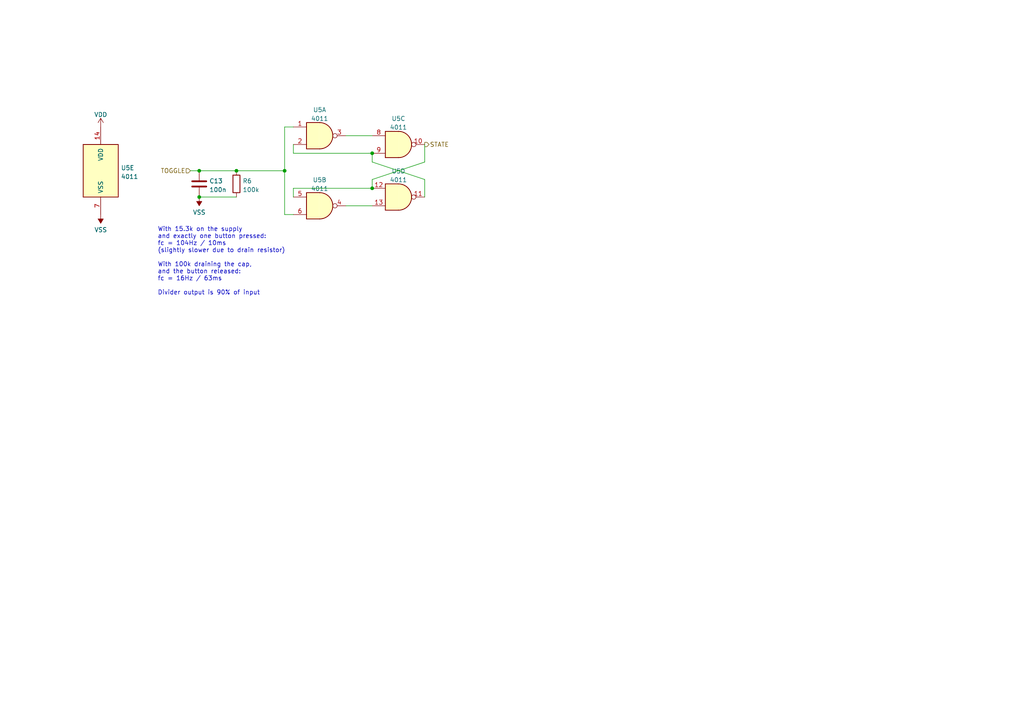
<source format=kicad_sch>
(kicad_sch (version 20211123) (generator eeschema)
  (paper "A4")
  (lib_symbols
    (symbol "4xxx:4011" (pin_names (offset 1.016))
      (property "Reference" "U" (at 0 1.27 0))
      (property "Value" "4011" (at 0 -1.27 0))
      (symbol "4011_1_1"
        (arc (start 0 -3.81) (mid 3.81 0) (end 0 3.81) (stroke (width 0.254)) (fill (type background)))
        (polyline (pts (xy 0 3.81) (xy -3.81 3.81) (xy -3.81 -3.81) (xy 0 -3.81)) (stroke (width 0.254)) (fill (type background)))
        (pin input line (at -7.62 2.54 0) (length 3.81) (name "~") (number "1"))
        (pin input line (at -7.62 -2.54 0) (length 3.81) (name "~") (number "2"))
        (pin output inverted (at 7.62 0 180) (length 3.81) (name "~") (number "3"))
      )
      (symbol "4011_1_2"
        (arc (start -3.81 -3.81) (mid -2.589 0) (end -3.81 3.81) (stroke (width 0.254)))
        (arc (start -0.6096 -3.81) (mid 2.1842 -2.5851) (end 3.81 0) (stroke (width 0.254)) (fill (type background)))
        (polyline (pts (xy -3.81 -3.81) (xy -0.635 -3.81)) (stroke (width 0.254)) (fill (type background)))
        (polyline (pts (xy -3.81 3.81) (xy -0.635 3.81)) (stroke (width 0.254)) (fill (type background)))
        (polyline (pts (xy -0.635 3.81) (xy -3.81 3.81) (xy -3.81 3.81) (xy -3.556 3.4036) (xy -3.0226 2.2606) (xy -2.6924 1.0414) (xy -2.6162 -0.254) (xy -2.7686 -1.4986) (xy -3.175 -2.7178) (xy -3.81 -3.81) (xy -3.81 -3.81) (xy -0.635 -3.81)) (stroke (width -25.4)) (fill (type background)))
        (arc (start 3.81 0) (mid 2.1915 2.5936) (end -0.6096 3.81) (stroke (width 0.254)) (fill (type background)))
        (pin input inverted (at -7.62 2.54 0) (length 4.318) (name "~") (number "1"))
        (pin input inverted (at -7.62 -2.54 0) (length 4.318) (name "~") (number "2"))
        (pin output line (at 7.62 0 180) (length 3.81) (name "~") (number "3"))
      )
      (symbol "4011_2_1"
        (arc (start 0 -3.81) (mid 3.81 0) (end 0 3.81) (stroke (width 0.254)) (fill (type background)))
        (polyline (pts (xy 0 3.81) (xy -3.81 3.81) (xy -3.81 -3.81) (xy 0 -3.81)) (stroke (width 0.254)) (fill (type background)))
        (pin output inverted (at 7.62 0 180) (length 3.81) (name "~") (number "4"))
        (pin input line (at -7.62 2.54 0) (length 3.81) (name "~") (number "5"))
        (pin input line (at -7.62 -2.54 0) (length 3.81) (name "~") (number "6"))
      )
      (symbol "4011_2_2"
        (arc (start -3.81 -3.81) (mid -2.589 0) (end -3.81 3.81) (stroke (width 0.254)))
        (arc (start -0.6096 -3.81) (mid 2.1842 -2.5851) (end 3.81 0) (stroke (width 0.254)) (fill (type background)))
        (polyline (pts (xy -3.81 -3.81) (xy -0.635 -3.81)) (stroke (width 0.254)) (fill (type background)))
        (polyline (pts (xy -3.81 3.81) (xy -0.635 3.81)) (stroke (width 0.254)) (fill (type background)))
        (polyline (pts (xy -0.635 3.81) (xy -3.81 3.81) (xy -3.81 3.81) (xy -3.556 3.4036) (xy -3.0226 2.2606) (xy -2.6924 1.0414) (xy -2.6162 -0.254) (xy -2.7686 -1.4986) (xy -3.175 -2.7178) (xy -3.81 -3.81) (xy -3.81 -3.81) (xy -0.635 -3.81)) (stroke (width -25.4)) (fill (type background)))
        (arc (start 3.81 0) (mid 2.1915 2.5936) (end -0.6096 3.81) (stroke (width 0.254)) (fill (type background)))
        (pin output line (at 7.62 0 180) (length 3.81) (name "~") (number "4"))
        (pin input inverted (at -7.62 2.54 0) (length 4.318) (name "~") (number "5"))
        (pin input inverted (at -7.62 -2.54 0) (length 4.318) (name "~") (number "6"))
      )
      (symbol "4011_3_1"
        (arc (start 0 -3.81) (mid 3.81 0) (end 0 3.81) (stroke (width 0.254)) (fill (type background)))
        (polyline (pts (xy 0 3.81) (xy -3.81 3.81) (xy -3.81 -3.81) (xy 0 -3.81)) (stroke (width 0.254)) (fill (type background)))
        (pin output inverted (at 7.62 0 180) (length 3.81) (name "~") (number "10"))
        (pin input line (at -7.62 2.54 0) (length 3.81) (name "~") (number "8"))
        (pin input line (at -7.62 -2.54 0) (length 3.81) (name "~") (number "9"))
      )
      (symbol "4011_3_2"
        (arc (start -3.81 -3.81) (mid -2.589 0) (end -3.81 3.81) (stroke (width 0.254)))
        (arc (start -0.6096 -3.81) (mid 2.1842 -2.5851) (end 3.81 0) (stroke (width 0.254)) (fill (type background)))
        (polyline (pts (xy -3.81 -3.81) (xy -0.635 -3.81)) (stroke (width 0.254)) (fill (type background)))
        (polyline (pts (xy -3.81 3.81) (xy -0.635 3.81)) (stroke (width 0.254)) (fill (type background)))
        (polyline (pts (xy -0.635 3.81) (xy -3.81 3.81) (xy -3.81 3.81) (xy -3.556 3.4036) (xy -3.0226 2.2606) (xy -2.6924 1.0414) (xy -2.6162 -0.254) (xy -2.7686 -1.4986) (xy -3.175 -2.7178) (xy -3.81 -3.81) (xy -3.81 -3.81) (xy -0.635 -3.81)) (stroke (width -25.4)) (fill (type background)))
        (arc (start 3.81 0) (mid 2.1915 2.5936) (end -0.6096 3.81) (stroke (width 0.254)) (fill (type background)))
        (pin output line (at 7.62 0 180) (length 3.81) (name "~") (number "10"))
        (pin input inverted (at -7.62 2.54 0) (length 4.318) (name "~") (number "8"))
        (pin input inverted (at -7.62 -2.54 0) (length 4.318) (name "~") (number "9"))
      )
      (symbol "4011_4_1"
        (arc (start 0 -3.81) (mid 3.81 0) (end 0 3.81) (stroke (width 0.254)) (fill (type background)))
        (polyline (pts (xy 0 3.81) (xy -3.81 3.81) (xy -3.81 -3.81) (xy 0 -3.81)) (stroke (width 0.254)) (fill (type background)))
        (pin output inverted (at 7.62 0 180) (length 3.81) (name "~") (number "11"))
        (pin input line (at -7.62 2.54 0) (length 3.81) (name "~") (number "12"))
        (pin input line (at -7.62 -2.54 0) (length 3.81) (name "~") (number "13"))
      )
      (symbol "4011_4_2"
        (arc (start -3.81 -3.81) (mid -2.589 0) (end -3.81 3.81) (stroke (width 0.254)))
        (arc (start -0.6096 -3.81) (mid 2.1842 -2.5851) (end 3.81 0) (stroke (width 0.254)) (fill (type background)))
        (polyline (pts (xy -3.81 -3.81) (xy -0.635 -3.81)) (stroke (width 0.254)) (fill (type background)))
        (polyline (pts (xy -3.81 3.81) (xy -0.635 3.81)) (stroke (width 0.254)) (fill (type background)))
        (polyline (pts (xy -0.635 3.81) (xy -3.81 3.81) (xy -3.81 3.81) (xy -3.556 3.4036) (xy -3.0226 2.2606) (xy -2.6924 1.0414) (xy -2.6162 -0.254) (xy -2.7686 -1.4986) (xy -3.175 -2.7178) (xy -3.81 -3.81) (xy -3.81 -3.81) (xy -0.635 -3.81)) (stroke (width -25.4)) (fill (type background)))
        (arc (start 3.81 0) (mid 2.1915 2.5936) (end -0.6096 3.81) (stroke (width 0.254)) (fill (type background)))
        (pin output line (at 7.62 0 180) (length 3.81) (name "~") (number "11"))
        (pin input inverted (at -7.62 2.54 0) (length 4.318) (name "~") (number "12"))
        (pin input inverted (at -7.62 -2.54 0) (length 4.318) (name "~") (number "13"))
      )
      (symbol "4011_5_0"
        (pin power_in line (at 0 12.7 270) (length 5.08) (name "VDD") (number "14"))
        (pin power_in line (at 0 -12.7 90) (length 5.08) (name "VSS") (number "7"))
      )
      (symbol "4011_5_1"
        (rectangle (start -5.08 7.62) (end 5.08 -7.62) (stroke (width 0.254)) (fill (type background)))
      )
    )
    (symbol "Device:C" (pin_numbers hide) (pin_names (offset 0.254))
      (property "Reference" "C" (at 0.635 2.54 0))
      (property "Value" "C" (at 0.635 -2.54 0))
      (symbol "C_0_1"
        (polyline (pts (xy -2.032 -0.762) (xy 2.032 -0.762)) (stroke (width 0.508)))
        (polyline (pts (xy -2.032 0.762) (xy 2.032 0.762)) (stroke (width 0.508)))
      )
      (symbol "C_1_1"
        (pin passive line (at 0 3.81 270) (length 2.794) (name "~") (number "1"))
        (pin passive line (at 0 -3.81 90) (length 2.794) (name "~") (number "2"))
      )
    )
    (symbol "Device:R" (pin_numbers hide) (pin_names (offset 0))
      (property "Reference" "R" (at 2.032 0 90))
      (property "Value" "R" (at 0 0 90))
      (symbol "R_0_1"
        (rectangle (start -1.016 -2.54) (end 1.016 2.54) (stroke (width 0.254)))
      )
      (symbol "R_1_1"
        (pin passive line (at 0 3.81 270) (length 1.27) (name "~") (number "1"))
        (pin passive line (at 0 -3.81 90) (length 1.27) (name "~") (number "2"))
      )
    )
    (symbol "power:VDD" (power) (pin_names (offset 0))
      (property "Value" "VDD" (at 0 3.81 0))
      (symbol "VDD_0_1"
        (polyline (pts (xy -0.762 1.27) (xy 0 2.54)))
        (polyline (pts (xy 0 0) (xy 0 2.54)))
        (polyline (pts (xy 0 2.54) (xy 0.762 1.27)))
      )
      (symbol "VDD_1_1"
        (pin power_in line (at 0 0 90) (length 0) hide (name "VDD") (number "1"))
      )
    )
    (symbol "power:VSS" (power) (pin_names (offset 0))
      (property "Value" "VSS" (at 0 3.81 0))
      (symbol "VSS_0_1"
        (polyline (pts (xy 0 0) (xy 0 2.54)))
        (polyline (pts (xy 0.762 1.27) (xy -0.762 1.27) (xy 0 2.54) (xy 0.762 1.27)) (fill (type outline)))
      )
      (symbol "VSS_1_1"
        (pin power_in line (at 0 0 90) (length 0) hide (name "VSS") (number "1"))
      )
    )
  )
  (junction (at 107.95 44.45))
  (junction (at 68.58 49.53))
  (junction (at 82.55 49.53))
  (junction (at 107.95 54.61))
  (junction (at 57.785 57.15))
  (junction (at 57.785 49.53))
  (wire (pts (xy 100.33 59.69) (xy 107.95 59.69)))
  (wire (pts (xy 123.19 57.15) (xy 123.19 52.07)))
  (wire (pts (xy 57.785 49.53) (xy 68.58 49.53)))
  (wire (pts (xy 107.95 44.45) (xy 85.09 44.45)))
  (wire (pts (xy 57.785 57.15) (xy 68.58 57.15)))
  (wire (pts (xy 82.55 62.23) (xy 82.55 49.53)))
  (wire (pts (xy 85.09 44.45) (xy 85.09 41.91)))
  (wire (pts (xy 82.55 36.83) (xy 85.09 36.83)))
  (wire (pts (xy 85.09 62.23) (xy 82.55 62.23)))
  (wire (pts (xy 107.95 54.61) (xy 85.09 54.61)))
  (wire (pts (xy 68.58 49.53) (xy 82.55 49.53)))
  (wire (pts (xy 107.95 44.45) (xy 107.95 46.99)))
  (wire (pts (xy 82.55 49.53) (xy 82.55 36.83)))
  (wire (pts (xy 123.19 52.07) (xy 107.95 46.99)))
  (wire (pts (xy 123.19 41.91) (xy 123.19 46.99)))
  (wire (pts (xy 85.09 54.61) (xy 85.09 57.15)))
  (wire (pts (xy 107.95 52.07) (xy 107.95 54.61)))
  (wire (pts (xy 100.33 39.37) (xy 107.95 39.37)))
  (wire (pts (xy 123.19 46.99) (xy 107.95 52.07)))
  (wire (pts (xy 55.245 49.53) (xy 57.785 49.53)))
  (text "With 15.3k on the supply\nand exactly one button pressed:\nfc = 104Hz / 10ms\n(slightly slower due to drain resistor)\n\nWith 100k draining the cap,\nand the button released:\nfc = 16Hz / 63ms\n\nDivider output is 90% of input" (at 45.72 85.725 0) (effects (font (size 1.27 1.27)) (justify left bottom)))
  (hierarchical_label "TOGGLE" (shape input) (at 55.245 49.53 180))
  (hierarchical_label "STATE" (shape output) (at 123.19 41.91 0))
  (symbol (lib_id "4xxx:4011") (at 92.71 39.37 0) (unit 1)
    (property "Reference" "U5" (at 92.71 31.8602 0))
    (property "Value" "4011" (at 92.71 34.3971 0))
    (property "Footprint" "Package_SO:SOIC-14_3.9x8.7mm_P1.27mm" (effects hide))
    (property "Datasheet" "https://datasheet.lcsc.com/lcsc/1811031937_HGSEMI-CD4011BM-TR_C194334.pdf" (effects hide))
    (property "JLC" "C194334" (effects hide))
  )
  (symbol (lib_id "power:VDD") (at 29.21 36.83 0) (unit 1)
    (property "Reference" "#PWR024" (effects hide))
    (property "Value" "VDD" (at 29.21 33.2542 0))
  )
  (symbol (lib_id "4xxx:4011") (at 92.71 59.69 0) (unit 2)
    (property "Reference" "U5" (at 92.71 52.1802 0))
    (property "Value" "4011" (at 92.71 54.7171 0))
    (property "Footprint" "Package_SO:SOIC-14_3.9x8.7mm_P1.27mm" (effects hide))
    (property "Datasheet" "https://datasheet.lcsc.com/lcsc/1811031937_HGSEMI-CD4011BM-TR_C194334.pdf" (effects hide))
    (property "JLC" "C194334" (effects hide))
  )
  (symbol (lib_id "4xxx:4011") (at 115.57 41.91 0) (unit 3)
    (property "Reference" "U5" (at 115.57 34.4002 0))
    (property "Value" "4011" (at 115.57 36.9371 0))
    (property "Footprint" "Package_SO:SOIC-14_3.9x8.7mm_P1.27mm" (effects hide))
    (property "Datasheet" "https://datasheet.lcsc.com/lcsc/1811031937_HGSEMI-CD4011BM-TR_C194334.pdf" (effects hide))
    (property "JLC" "C194334" (effects hide))
  )
  (symbol (lib_id "4xxx:4011") (at 115.57 57.15 0) (unit 4)
    (property "Reference" "U5" (at 115.57 49.6402 0))
    (property "Value" "4011" (at 115.57 52.1771 0))
    (property "Footprint" "Package_SO:SOIC-14_3.9x8.7mm_P1.27mm" (effects hide))
    (property "Datasheet" "https://datasheet.lcsc.com/lcsc/1811031937_HGSEMI-CD4011BM-TR_C194334.pdf" (effects hide))
    (property "JLC" "C194334" (effects hide))
  )
  (symbol (lib_id "Device:C") (at 57.785 53.34 0) (unit 1)
    (property "Reference" "C13" (at 60.706 52.5053 0) (effects (justify left)))
    (property "Value" "100n" (at 60.706 55.0422 0) (effects (justify left)))
    (property "Footprint" "Capacitor_SMD:C_0402_1005Metric" (effects hide))
    (property "Datasheet" "https://datasheet.lcsc.com/lcsc/1810191219_Samsung-Electro-Mechanics-CL05B104KO5NNNC_C1525.pdf" (effects hide))
    (property "JLC" "C1525" (effects hide))
  )
  (symbol (lib_id "Device:R") (at 68.58 53.34 180) (unit 1)
    (property "Reference" "R6" (at 70.358 52.5053 0) (effects (justify right)))
    (property "Value" "100k" (at 70.358 55.0422 0) (effects (justify right)))
    (property "Footprint" "Resistor_SMD:R_0402_1005Metric" (effects hide))
    (property "Datasheet" "https://datasheet.lcsc.com/lcsc/2206010100_UNI-ROYAL-Uniroyal-Elec-0402WGF1003TCE_C25741.pdf" (effects hide))
    (property "JLC" "C25741" (effects hide))
  )
  (symbol (lib_id "power:VSS") (at 57.785 57.15 180) (unit 1)
    (property "Reference" "#PWR026" (effects hide))
    (property "Value" "VSS" (at 57.785 61.5934 0))
  )
  (symbol (lib_id "power:VSS") (at 29.21 62.23 180) (unit 1)
    (property "Reference" "#PWR025" (effects hide))
    (property "Value" "VSS" (at 29.21 66.6734 0))
  )
  (symbol (lib_id "4xxx:4011") (at 29.21 49.53 0) (unit 5)
    (property "Reference" "U5" (at 35.052 48.6953 0) (effects (justify left)))
    (property "Value" "4011" (at 35.052 51.2322 0) (effects (justify left)))
    (property "Footprint" "Package_SO:SOIC-14_3.9x8.7mm_P1.27mm" (effects hide))
    (property "Datasheet" "https://datasheet.lcsc.com/lcsc/1811031937_HGSEMI-CD4011BM-TR_C194334.pdf" (effects hide))
    (property "JLC" "C194334" (effects hide))
  )
)
</source>
